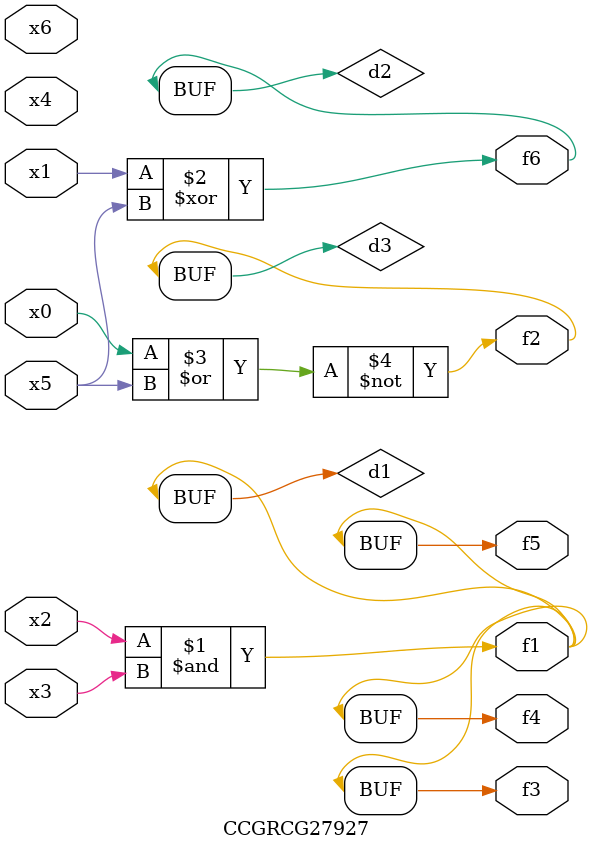
<source format=v>
module CCGRCG27927(
	input x0, x1, x2, x3, x4, x5, x6,
	output f1, f2, f3, f4, f5, f6
);

	wire d1, d2, d3;

	and (d1, x2, x3);
	xor (d2, x1, x5);
	nor (d3, x0, x5);
	assign f1 = d1;
	assign f2 = d3;
	assign f3 = d1;
	assign f4 = d1;
	assign f5 = d1;
	assign f6 = d2;
endmodule

</source>
